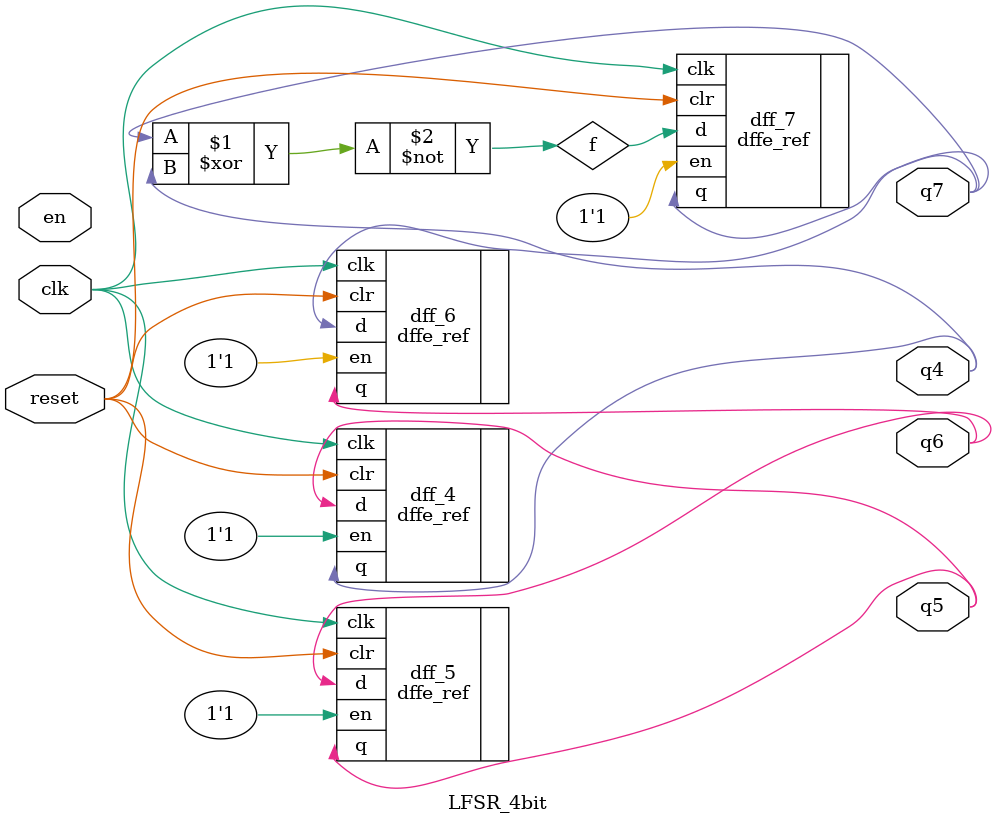
<source format=v>
module LFSR_4bit(q7, q6, q5, q4, clk, en, reset); //will vary bits 4 to 7 of output being 0000xxxx1111 - vary from 15 to 255

    input clk, en, reset;
    output q7, q6, q5, q4;

    wire f;

    xnor XNOR(f, q7, q4);
    dffe_ref dff_7(.q(q7), .d(f), .clk(clk), .en(1'b1), .clr(reset));
    dffe_ref dff_6(.q(q6), .d(q7), .clk(clk), .en(1'b1), .clr(reset));
    dffe_ref dff_5(.q(q5), .d(q6), .clk(clk), .en(1'b1), .clr(reset));
    dffe_ref dff_4(.q(q4), .d(q5), .clk(clk), .en(1'b1), .clr(reset));


endmodule
</source>
